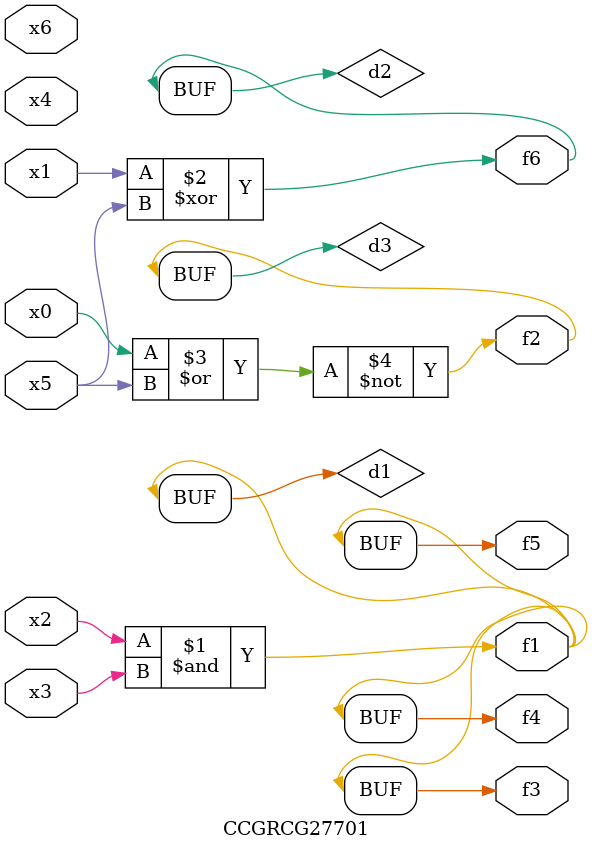
<source format=v>
module CCGRCG27701(
	input x0, x1, x2, x3, x4, x5, x6,
	output f1, f2, f3, f4, f5, f6
);

	wire d1, d2, d3;

	and (d1, x2, x3);
	xor (d2, x1, x5);
	nor (d3, x0, x5);
	assign f1 = d1;
	assign f2 = d3;
	assign f3 = d1;
	assign f4 = d1;
	assign f5 = d1;
	assign f6 = d2;
endmodule

</source>
